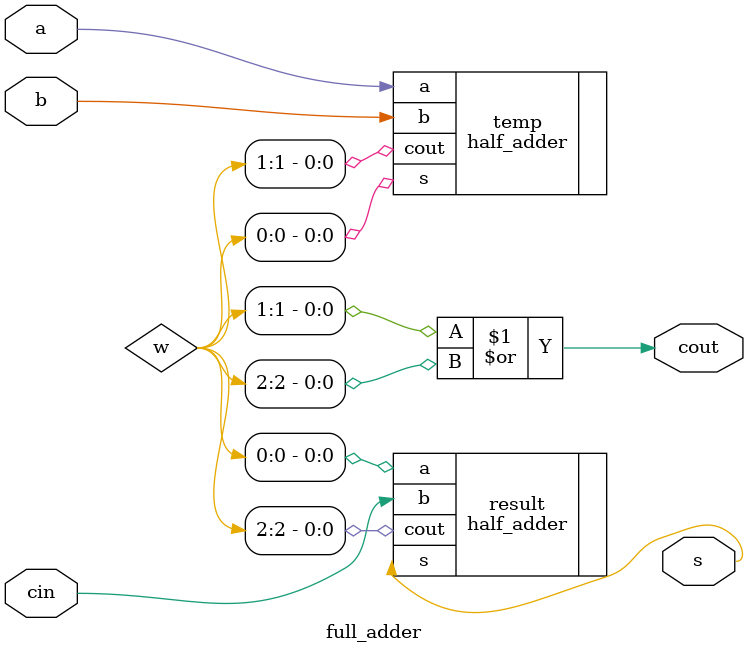
<source format=v>
module full_adder(a, b, cin, s, cout);

input a, b, cin;
output s, cout;

wire[2:0] w;

half_adder temp(.a(a), .b(b), .s(w[0]), .cout(w[1]));
half_adder result(.a(w[0]), .b(cin), .s(s), .cout(w[2]));

or or1(cout, w[1], w[2]);

endmodule

</source>
